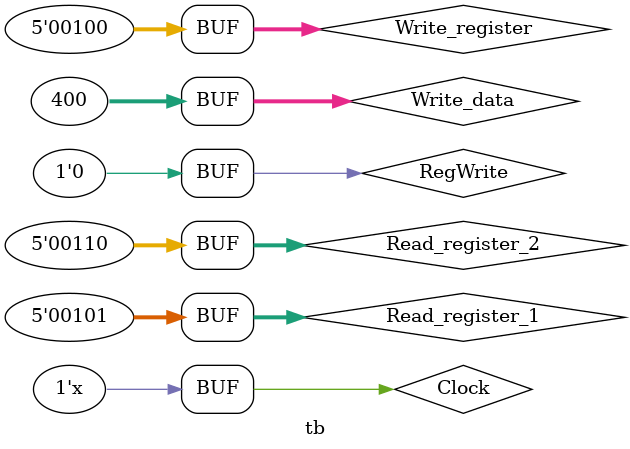
<source format=v>
module Registers(Read_register_1, Read_register_2, Write_register, Write_data, RegWrite, Read_data_1, Read_data_2, Clock);

//Inputs
input [4:0]Read_register_1;
input [4:0]Read_register_2;

input [4:0]Write_register;

input [31:0]Write_data;
input RegWrite, Clock;


//Outputs
output [31:0] Read_data_1;
output [31:0] Read_data_2;

//The Main Register
reg[31:0] Registers[0:31];

//Assign is used directly rather tha creating a dummy register due to the same output
assign Read_data_1 = Registers[Read_register_1];
assign Read_data_2 = Registers[Read_register_2];

//To Write in a register
always@(posedge Clock)
	begin
		if(RegWrite == 1)
			begin
				Registers[Write_register] <= Write_data;
			end

	end

endmodule




module tb();

//Inputs
reg [4:0]Read_register_1;
reg [4:0]Read_register_2;

reg [4:0]Write_register;

reg [31:0]Write_data;
reg RegWrite, Clock;


//Outputs
wire [31:0] Read_data_1;
wire [31:0] Read_data_2;

initial
	begin
		$display("                  Time  | Register Location 1 | Register Location 2 | Register Address 1 | Register Address 2 | RegWrite  | Register Write Address | Register Write Data");

		$monitor($time,"    |   %d        |    %d       |        %d       |         %d         |        %d      |        %d     |   %d"     , Read_data_1, Read_data_2, Read_register_1, Read_register_2, RegWrite, Write_register, Write_data);

		Clock = 0;
		#2
		RegWrite <=1;
		Write_data <= 100;
		Write_register <= 1;

		#10
		RegWrite <=1;
		Write_data <= 200;
		Write_register <= 2;


		#10
		RegWrite <=1;
		Write_data <= 300;
		Write_register <= 3;

		#10
		RegWrite <=1;
		Write_data <= 400;
		Write_register <= 4;

		#10
		RegWrite <=0;
		Read_register_1 <= 1;
		Read_register_2 <= 4;
		
		#10
		RegWrite <=0;
		Read_register_1 <= 2;
		Read_register_2 <= 3;

		#10
		RegWrite <=0;
		Read_register_1 <= 5;
		Read_register_2 <= 6;







	end




always
	begin
		#5
		Clock = ~Clock; 
	end
Registers RF(Read_register_1, Read_register_2, Write_register, Write_data, RegWrite, Read_data_1, Read_data_2, Clock);
endmodule


</source>
